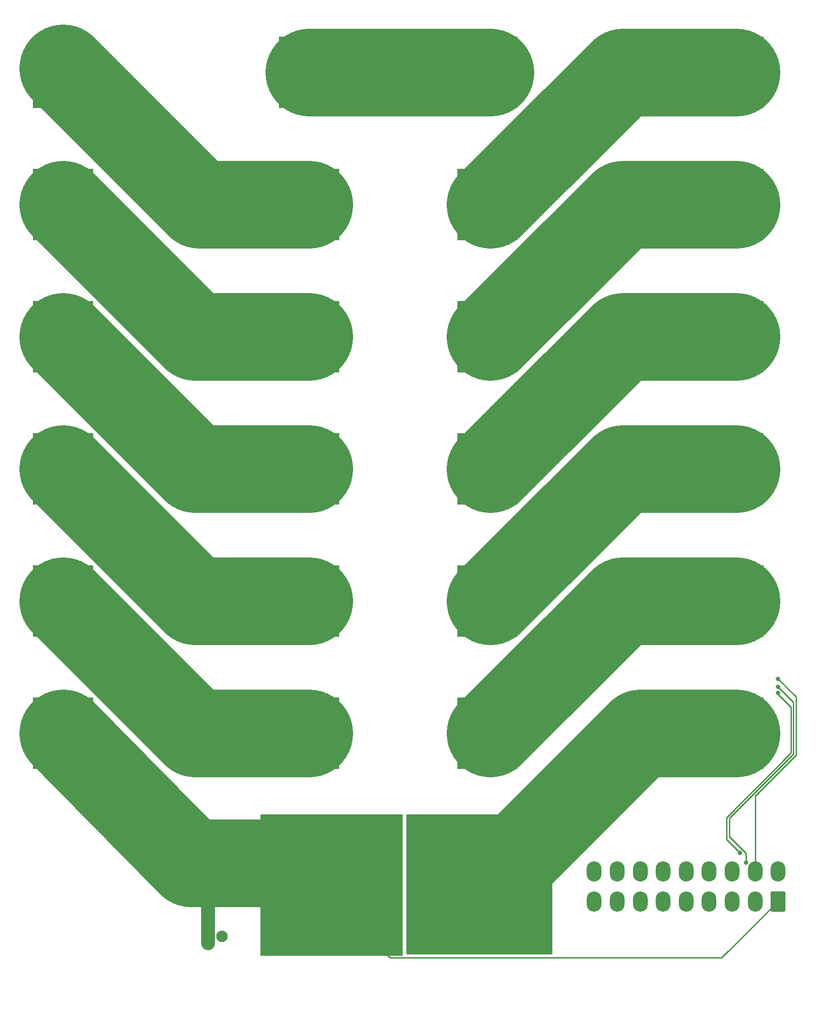
<source format=gbl>
G04 #@! TF.GenerationSoftware,KiCad,Pcbnew,(6.0.8-1)-1*
G04 #@! TF.CreationDate,2022-12-30T12:11:22-08:00*
G04 #@! TF.ProjectId,URBAN_CELL_BOARD,55524241-4e5f-4434-954c-4c5f424f4152,rev?*
G04 #@! TF.SameCoordinates,Original*
G04 #@! TF.FileFunction,Copper,L2,Bot*
G04 #@! TF.FilePolarity,Positive*
%FSLAX46Y46*%
G04 Gerber Fmt 4.6, Leading zero omitted, Abs format (unit mm)*
G04 Created by KiCad (PCBNEW (6.0.8-1)-1) date 2022-12-30 12:11:22*
%MOMM*%
%LPD*%
G01*
G04 APERTURE LIST*
G04 Aperture macros list*
%AMRoundRect*
0 Rectangle with rounded corners*
0 $1 Rounding radius*
0 $2 $3 $4 $5 $6 $7 $8 $9 X,Y pos of 4 corners*
0 Add a 4 corners polygon primitive as box body*
4,1,4,$2,$3,$4,$5,$6,$7,$8,$9,$2,$3,0*
0 Add four circle primitives for the rounded corners*
1,1,$1+$1,$2,$3*
1,1,$1+$1,$4,$5*
1,1,$1+$1,$6,$7*
1,1,$1+$1,$8,$9*
0 Add four rect primitives between the rounded corners*
20,1,$1+$1,$2,$3,$4,$5,0*
20,1,$1+$1,$4,$5,$6,$7,0*
20,1,$1+$1,$6,$7,$8,$9,0*
20,1,$1+$1,$8,$9,$2,$3,0*%
G04 Aperture macros list end*
G04 #@! TA.AperFunction,SMDPad,CuDef*
%ADD10R,11.000000X13.000000*%
G04 #@! TD*
G04 #@! TA.AperFunction,ComponentPad*
%ADD11C,9.000000*%
G04 #@! TD*
G04 #@! TA.AperFunction,ComponentPad*
%ADD12R,6.000000X6.000000*%
G04 #@! TD*
G04 #@! TA.AperFunction,ComponentPad*
%ADD13C,6.000000*%
G04 #@! TD*
G04 #@! TA.AperFunction,ComponentPad*
%ADD14RoundRect,0.250001X1.099999X1.599999X-1.099999X1.599999X-1.099999X-1.599999X1.099999X-1.599999X0*%
G04 #@! TD*
G04 #@! TA.AperFunction,ComponentPad*
%ADD15O,2.700000X3.700000*%
G04 #@! TD*
G04 #@! TA.AperFunction,ComponentPad*
%ADD16R,2.100000X2.100000*%
G04 #@! TD*
G04 #@! TA.AperFunction,ComponentPad*
%ADD17C,2.100000*%
G04 #@! TD*
G04 #@! TA.AperFunction,ViaPad*
%ADD18C,0.800000*%
G04 #@! TD*
G04 #@! TA.AperFunction,Conductor*
%ADD19C,0.250000*%
G04 #@! TD*
G04 #@! TA.AperFunction,Conductor*
%ADD20C,16.000000*%
G04 #@! TD*
G04 #@! TA.AperFunction,Conductor*
%ADD21C,2.500000*%
G04 #@! TD*
G04 APERTURE END LIST*
D10*
X148629000Y-119750000D03*
D11*
X148629000Y-119750000D03*
X103689000Y-119750000D03*
D10*
X103689000Y-119750000D03*
D11*
X226129000Y-119750000D03*
D10*
X226129000Y-119750000D03*
D11*
X181189000Y-119750000D03*
D10*
X181189000Y-119750000D03*
X148629000Y-143884000D03*
D11*
X148629000Y-143884000D03*
X103689000Y-143884000D03*
D10*
X103689000Y-143884000D03*
D11*
X226129000Y-168018000D03*
D10*
X226129000Y-168018000D03*
X181189000Y-168018000D03*
D11*
X181189000Y-168018000D03*
D12*
X161290000Y-274217500D03*
X161290000Y-264057500D03*
D13*
X171450000Y-274217500D03*
X171450000Y-264057500D03*
D14*
X234315000Y-271145000D03*
D15*
X230115000Y-271145000D03*
X225915000Y-271145000D03*
X221715000Y-271145000D03*
X217515000Y-271145000D03*
X213315000Y-271145000D03*
X209115000Y-271145000D03*
X204915000Y-271145000D03*
X200715000Y-271145000D03*
X234315000Y-265645000D03*
X230115000Y-265645000D03*
X225915000Y-265645000D03*
X221715000Y-265645000D03*
X217515000Y-265645000D03*
X213315000Y-265645000D03*
X209115000Y-265645000D03*
X204915000Y-265645000D03*
X200715000Y-265645000D03*
D10*
X148629000Y-192153000D03*
D11*
X148629000Y-192153000D03*
X103689000Y-192153000D03*
D10*
X103689000Y-192153000D03*
D11*
X226129000Y-192153000D03*
D10*
X226129000Y-192153000D03*
D11*
X181189000Y-192153000D03*
D10*
X181189000Y-192153000D03*
D11*
X148629000Y-168018000D03*
D10*
X148629000Y-168018000D03*
X103689000Y-168018000D03*
D11*
X103689000Y-168018000D03*
D10*
X226129000Y-216287000D03*
D11*
X226129000Y-216287000D03*
D10*
X181189000Y-216287000D03*
D11*
X181189000Y-216287000D03*
D16*
X130175000Y-277495000D03*
D17*
X132715000Y-277495000D03*
D10*
X148629000Y-240421000D03*
D11*
X148629000Y-240421000D03*
X103689000Y-240421000D03*
D10*
X103689000Y-240421000D03*
D11*
X226129000Y-240421000D03*
D10*
X226129000Y-240421000D03*
D11*
X181189000Y-240421000D03*
D10*
X181189000Y-240421000D03*
D11*
X148629000Y-216287000D03*
D10*
X148629000Y-216287000D03*
X103689000Y-216287000D03*
D11*
X103689000Y-216287000D03*
D10*
X226129000Y-143884000D03*
D11*
X226129000Y-143884000D03*
D10*
X181189000Y-143884000D03*
D11*
X181189000Y-143884000D03*
D18*
X227330000Y-262255000D03*
X234295500Y-233045000D03*
X234295500Y-231935842D03*
X228480577Y-264082355D03*
X234295500Y-230505000D03*
D19*
X224879500Y-255816896D02*
X236670000Y-244026396D01*
X236670000Y-235664195D02*
X234295500Y-233289695D01*
X227330000Y-262255000D02*
X224879500Y-259804500D01*
D20*
X127823000Y-240421000D02*
X103689000Y-216287000D01*
D19*
X224879500Y-259804500D02*
X224879500Y-255816896D01*
D20*
X148629000Y-240421000D02*
X127823000Y-240421000D01*
D19*
X234295500Y-233289695D02*
X234295500Y-233045000D01*
X236670000Y-244026396D02*
X236670000Y-235664195D01*
X130175000Y-267335000D02*
X127000000Y-264160000D01*
X161290000Y-279290000D02*
X161290000Y-274217500D01*
D20*
X103689000Y-240421000D02*
X127000000Y-264160000D01*
D19*
X163459000Y-281459000D02*
X161290000Y-279290000D01*
D20*
X127000000Y-264160000D02*
X157480000Y-264160000D01*
D19*
X224001000Y-281459000D02*
X163459000Y-281459000D01*
D21*
X130175000Y-278765000D02*
X130175000Y-267335000D01*
D19*
X234315000Y-271145000D02*
X224001000Y-281459000D01*
X228480577Y-264082355D02*
X228480577Y-262380272D01*
X225425000Y-255907792D02*
X237120000Y-244212792D01*
X225425000Y-259324695D02*
X225425000Y-255907792D01*
D20*
X127823000Y-216287000D02*
X103689000Y-192153000D01*
D19*
X237120000Y-234760342D02*
X234295500Y-231935842D01*
X228480577Y-262380272D02*
X225425000Y-259324695D01*
X237120000Y-244212792D02*
X237120000Y-234760342D01*
D20*
X148629000Y-216287000D02*
X127823000Y-216287000D01*
X128573000Y-143884000D02*
X103689000Y-119000000D01*
X148629000Y-143884000D02*
X128573000Y-143884000D01*
X127823000Y-168018000D02*
X103689000Y-143884000D01*
X148629000Y-168018000D02*
X127823000Y-168018000D01*
D19*
X237570000Y-233760000D02*
X234315000Y-230505000D01*
X230115000Y-251854188D02*
X237570000Y-244399188D01*
X230115000Y-265645000D02*
X230115000Y-251854188D01*
X234315000Y-230505000D02*
X234295500Y-230505000D01*
D20*
X148629000Y-192153000D02*
X127824000Y-192153000D01*
D19*
X237570000Y-244399188D02*
X237570000Y-233760000D01*
D20*
X127824000Y-192153000D02*
X103689000Y-168018000D01*
X181755000Y-119750000D02*
X148629000Y-119750000D01*
X182880000Y-266700000D02*
X175260000Y-266700000D01*
X209159000Y-240421000D02*
X182880000Y-266700000D01*
X226695000Y-240421000D02*
X209159000Y-240421000D01*
X226695000Y-216287000D02*
X205889000Y-216287000D01*
X205889000Y-216287000D02*
X181755000Y-240421000D01*
X226695000Y-119750000D02*
X205889000Y-119750000D01*
X205889000Y-119750000D02*
X181755000Y-143884000D01*
X226695000Y-143884000D02*
X205889000Y-143884000D01*
X205889000Y-143884000D02*
X181755000Y-168018000D01*
X226695000Y-168018000D02*
X205890000Y-168018000D01*
X205890000Y-168018000D02*
X181755000Y-192153000D01*
X205889000Y-192153000D02*
X181755000Y-216287000D01*
X226695000Y-192153000D02*
X205889000Y-192153000D01*
G04 #@! TA.AperFunction,Conductor*
G36*
X192982121Y-255290002D02*
G01*
X193028614Y-255343658D01*
X193040000Y-255396000D01*
X193040000Y-280699500D01*
X193019998Y-280767621D01*
X192966342Y-280814114D01*
X192914000Y-280825500D01*
X166496000Y-280825500D01*
X166427879Y-280805498D01*
X166381386Y-280751842D01*
X166370000Y-280699500D01*
X166370000Y-255396000D01*
X166390002Y-255327879D01*
X166443658Y-255281386D01*
X166496000Y-255270000D01*
X192914000Y-255270000D01*
X192982121Y-255290002D01*
G37*
G04 #@! TD.AperFunction*
G04 #@! TA.AperFunction,Conductor*
G36*
X165677121Y-255290002D02*
G01*
X165723614Y-255343658D01*
X165735000Y-255396000D01*
X165735000Y-280949500D01*
X165714998Y-281017621D01*
X165661342Y-281064114D01*
X165609000Y-281075500D01*
X139826000Y-281075500D01*
X139757879Y-281055498D01*
X139711386Y-281001842D01*
X139700000Y-280949500D01*
X139700000Y-255396000D01*
X139720002Y-255327879D01*
X139773658Y-255281386D01*
X139826000Y-255270000D01*
X165609000Y-255270000D01*
X165677121Y-255290002D01*
G37*
G04 #@! TD.AperFunction*
M02*

</source>
